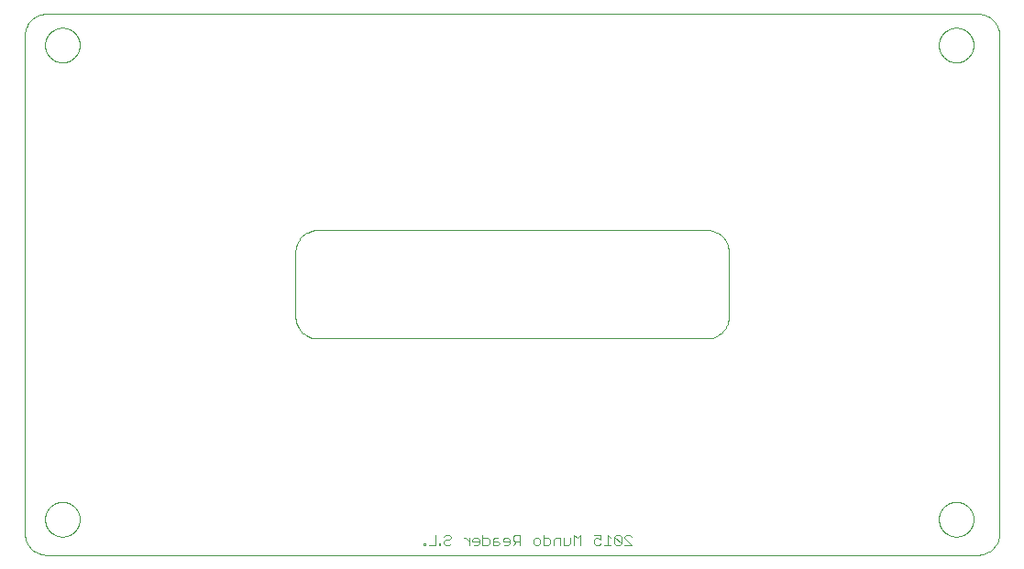
<source format=gbo>
G75*
%MOIN*%
%OFA0B0*%
%FSLAX25Y25*%
%IPPOS*%
%LPD*%
%AMOC8*
5,1,8,0,0,1.08239X$1,22.5*
%
%ADD10C,0.00000*%
%ADD11C,0.00394*%
%ADD12C,0.00300*%
D10*
X0010201Y0016977D02*
X0010203Y0017135D01*
X0010209Y0017293D01*
X0010219Y0017451D01*
X0010233Y0017609D01*
X0010251Y0017766D01*
X0010272Y0017923D01*
X0010298Y0018079D01*
X0010328Y0018235D01*
X0010361Y0018390D01*
X0010399Y0018543D01*
X0010440Y0018696D01*
X0010485Y0018848D01*
X0010534Y0018999D01*
X0010587Y0019148D01*
X0010643Y0019296D01*
X0010703Y0019442D01*
X0010767Y0019587D01*
X0010835Y0019730D01*
X0010906Y0019872D01*
X0010980Y0020012D01*
X0011058Y0020149D01*
X0011140Y0020285D01*
X0011224Y0020419D01*
X0011313Y0020550D01*
X0011404Y0020679D01*
X0011499Y0020806D01*
X0011596Y0020931D01*
X0011697Y0021053D01*
X0011801Y0021172D01*
X0011908Y0021289D01*
X0012018Y0021403D01*
X0012131Y0021514D01*
X0012246Y0021623D01*
X0012364Y0021728D01*
X0012485Y0021830D01*
X0012608Y0021930D01*
X0012734Y0022026D01*
X0012862Y0022119D01*
X0012992Y0022209D01*
X0013125Y0022295D01*
X0013260Y0022379D01*
X0013396Y0022458D01*
X0013535Y0022535D01*
X0013676Y0022607D01*
X0013818Y0022677D01*
X0013962Y0022742D01*
X0014108Y0022804D01*
X0014255Y0022862D01*
X0014404Y0022917D01*
X0014554Y0022968D01*
X0014705Y0023015D01*
X0014857Y0023058D01*
X0015010Y0023097D01*
X0015165Y0023133D01*
X0015320Y0023164D01*
X0015476Y0023192D01*
X0015632Y0023216D01*
X0015789Y0023236D01*
X0015947Y0023252D01*
X0016104Y0023264D01*
X0016263Y0023272D01*
X0016421Y0023276D01*
X0016579Y0023276D01*
X0016737Y0023272D01*
X0016896Y0023264D01*
X0017053Y0023252D01*
X0017211Y0023236D01*
X0017368Y0023216D01*
X0017524Y0023192D01*
X0017680Y0023164D01*
X0017835Y0023133D01*
X0017990Y0023097D01*
X0018143Y0023058D01*
X0018295Y0023015D01*
X0018446Y0022968D01*
X0018596Y0022917D01*
X0018745Y0022862D01*
X0018892Y0022804D01*
X0019038Y0022742D01*
X0019182Y0022677D01*
X0019324Y0022607D01*
X0019465Y0022535D01*
X0019604Y0022458D01*
X0019740Y0022379D01*
X0019875Y0022295D01*
X0020008Y0022209D01*
X0020138Y0022119D01*
X0020266Y0022026D01*
X0020392Y0021930D01*
X0020515Y0021830D01*
X0020636Y0021728D01*
X0020754Y0021623D01*
X0020869Y0021514D01*
X0020982Y0021403D01*
X0021092Y0021289D01*
X0021199Y0021172D01*
X0021303Y0021053D01*
X0021404Y0020931D01*
X0021501Y0020806D01*
X0021596Y0020679D01*
X0021687Y0020550D01*
X0021776Y0020419D01*
X0021860Y0020285D01*
X0021942Y0020149D01*
X0022020Y0020012D01*
X0022094Y0019872D01*
X0022165Y0019730D01*
X0022233Y0019587D01*
X0022297Y0019442D01*
X0022357Y0019296D01*
X0022413Y0019148D01*
X0022466Y0018999D01*
X0022515Y0018848D01*
X0022560Y0018696D01*
X0022601Y0018543D01*
X0022639Y0018390D01*
X0022672Y0018235D01*
X0022702Y0018079D01*
X0022728Y0017923D01*
X0022749Y0017766D01*
X0022767Y0017609D01*
X0022781Y0017451D01*
X0022791Y0017293D01*
X0022797Y0017135D01*
X0022799Y0016977D01*
X0022797Y0016819D01*
X0022791Y0016661D01*
X0022781Y0016503D01*
X0022767Y0016345D01*
X0022749Y0016188D01*
X0022728Y0016031D01*
X0022702Y0015875D01*
X0022672Y0015719D01*
X0022639Y0015564D01*
X0022601Y0015411D01*
X0022560Y0015258D01*
X0022515Y0015106D01*
X0022466Y0014955D01*
X0022413Y0014806D01*
X0022357Y0014658D01*
X0022297Y0014512D01*
X0022233Y0014367D01*
X0022165Y0014224D01*
X0022094Y0014082D01*
X0022020Y0013942D01*
X0021942Y0013805D01*
X0021860Y0013669D01*
X0021776Y0013535D01*
X0021687Y0013404D01*
X0021596Y0013275D01*
X0021501Y0013148D01*
X0021404Y0013023D01*
X0021303Y0012901D01*
X0021199Y0012782D01*
X0021092Y0012665D01*
X0020982Y0012551D01*
X0020869Y0012440D01*
X0020754Y0012331D01*
X0020636Y0012226D01*
X0020515Y0012124D01*
X0020392Y0012024D01*
X0020266Y0011928D01*
X0020138Y0011835D01*
X0020008Y0011745D01*
X0019875Y0011659D01*
X0019740Y0011575D01*
X0019604Y0011496D01*
X0019465Y0011419D01*
X0019324Y0011347D01*
X0019182Y0011277D01*
X0019038Y0011212D01*
X0018892Y0011150D01*
X0018745Y0011092D01*
X0018596Y0011037D01*
X0018446Y0010986D01*
X0018295Y0010939D01*
X0018143Y0010896D01*
X0017990Y0010857D01*
X0017835Y0010821D01*
X0017680Y0010790D01*
X0017524Y0010762D01*
X0017368Y0010738D01*
X0017211Y0010718D01*
X0017053Y0010702D01*
X0016896Y0010690D01*
X0016737Y0010682D01*
X0016579Y0010678D01*
X0016421Y0010678D01*
X0016263Y0010682D01*
X0016104Y0010690D01*
X0015947Y0010702D01*
X0015789Y0010718D01*
X0015632Y0010738D01*
X0015476Y0010762D01*
X0015320Y0010790D01*
X0015165Y0010821D01*
X0015010Y0010857D01*
X0014857Y0010896D01*
X0014705Y0010939D01*
X0014554Y0010986D01*
X0014404Y0011037D01*
X0014255Y0011092D01*
X0014108Y0011150D01*
X0013962Y0011212D01*
X0013818Y0011277D01*
X0013676Y0011347D01*
X0013535Y0011419D01*
X0013396Y0011496D01*
X0013260Y0011575D01*
X0013125Y0011659D01*
X0012992Y0011745D01*
X0012862Y0011835D01*
X0012734Y0011928D01*
X0012608Y0012024D01*
X0012485Y0012124D01*
X0012364Y0012226D01*
X0012246Y0012331D01*
X0012131Y0012440D01*
X0012018Y0012551D01*
X0011908Y0012665D01*
X0011801Y0012782D01*
X0011697Y0012901D01*
X0011596Y0013023D01*
X0011499Y0013148D01*
X0011404Y0013275D01*
X0011313Y0013404D01*
X0011224Y0013535D01*
X0011140Y0013669D01*
X0011058Y0013805D01*
X0010980Y0013942D01*
X0010906Y0014082D01*
X0010835Y0014224D01*
X0010767Y0014367D01*
X0010703Y0014512D01*
X0010643Y0014658D01*
X0010587Y0014806D01*
X0010534Y0014955D01*
X0010485Y0015106D01*
X0010440Y0015258D01*
X0010399Y0015411D01*
X0010361Y0015564D01*
X0010328Y0015719D01*
X0010298Y0015875D01*
X0010272Y0016031D01*
X0010251Y0016188D01*
X0010233Y0016345D01*
X0010219Y0016503D01*
X0010209Y0016661D01*
X0010203Y0016819D01*
X0010201Y0016977D01*
X0010201Y0189477D02*
X0010203Y0189635D01*
X0010209Y0189793D01*
X0010219Y0189951D01*
X0010233Y0190109D01*
X0010251Y0190266D01*
X0010272Y0190423D01*
X0010298Y0190579D01*
X0010328Y0190735D01*
X0010361Y0190890D01*
X0010399Y0191043D01*
X0010440Y0191196D01*
X0010485Y0191348D01*
X0010534Y0191499D01*
X0010587Y0191648D01*
X0010643Y0191796D01*
X0010703Y0191942D01*
X0010767Y0192087D01*
X0010835Y0192230D01*
X0010906Y0192372D01*
X0010980Y0192512D01*
X0011058Y0192649D01*
X0011140Y0192785D01*
X0011224Y0192919D01*
X0011313Y0193050D01*
X0011404Y0193179D01*
X0011499Y0193306D01*
X0011596Y0193431D01*
X0011697Y0193553D01*
X0011801Y0193672D01*
X0011908Y0193789D01*
X0012018Y0193903D01*
X0012131Y0194014D01*
X0012246Y0194123D01*
X0012364Y0194228D01*
X0012485Y0194330D01*
X0012608Y0194430D01*
X0012734Y0194526D01*
X0012862Y0194619D01*
X0012992Y0194709D01*
X0013125Y0194795D01*
X0013260Y0194879D01*
X0013396Y0194958D01*
X0013535Y0195035D01*
X0013676Y0195107D01*
X0013818Y0195177D01*
X0013962Y0195242D01*
X0014108Y0195304D01*
X0014255Y0195362D01*
X0014404Y0195417D01*
X0014554Y0195468D01*
X0014705Y0195515D01*
X0014857Y0195558D01*
X0015010Y0195597D01*
X0015165Y0195633D01*
X0015320Y0195664D01*
X0015476Y0195692D01*
X0015632Y0195716D01*
X0015789Y0195736D01*
X0015947Y0195752D01*
X0016104Y0195764D01*
X0016263Y0195772D01*
X0016421Y0195776D01*
X0016579Y0195776D01*
X0016737Y0195772D01*
X0016896Y0195764D01*
X0017053Y0195752D01*
X0017211Y0195736D01*
X0017368Y0195716D01*
X0017524Y0195692D01*
X0017680Y0195664D01*
X0017835Y0195633D01*
X0017990Y0195597D01*
X0018143Y0195558D01*
X0018295Y0195515D01*
X0018446Y0195468D01*
X0018596Y0195417D01*
X0018745Y0195362D01*
X0018892Y0195304D01*
X0019038Y0195242D01*
X0019182Y0195177D01*
X0019324Y0195107D01*
X0019465Y0195035D01*
X0019604Y0194958D01*
X0019740Y0194879D01*
X0019875Y0194795D01*
X0020008Y0194709D01*
X0020138Y0194619D01*
X0020266Y0194526D01*
X0020392Y0194430D01*
X0020515Y0194330D01*
X0020636Y0194228D01*
X0020754Y0194123D01*
X0020869Y0194014D01*
X0020982Y0193903D01*
X0021092Y0193789D01*
X0021199Y0193672D01*
X0021303Y0193553D01*
X0021404Y0193431D01*
X0021501Y0193306D01*
X0021596Y0193179D01*
X0021687Y0193050D01*
X0021776Y0192919D01*
X0021860Y0192785D01*
X0021942Y0192649D01*
X0022020Y0192512D01*
X0022094Y0192372D01*
X0022165Y0192230D01*
X0022233Y0192087D01*
X0022297Y0191942D01*
X0022357Y0191796D01*
X0022413Y0191648D01*
X0022466Y0191499D01*
X0022515Y0191348D01*
X0022560Y0191196D01*
X0022601Y0191043D01*
X0022639Y0190890D01*
X0022672Y0190735D01*
X0022702Y0190579D01*
X0022728Y0190423D01*
X0022749Y0190266D01*
X0022767Y0190109D01*
X0022781Y0189951D01*
X0022791Y0189793D01*
X0022797Y0189635D01*
X0022799Y0189477D01*
X0022797Y0189319D01*
X0022791Y0189161D01*
X0022781Y0189003D01*
X0022767Y0188845D01*
X0022749Y0188688D01*
X0022728Y0188531D01*
X0022702Y0188375D01*
X0022672Y0188219D01*
X0022639Y0188064D01*
X0022601Y0187911D01*
X0022560Y0187758D01*
X0022515Y0187606D01*
X0022466Y0187455D01*
X0022413Y0187306D01*
X0022357Y0187158D01*
X0022297Y0187012D01*
X0022233Y0186867D01*
X0022165Y0186724D01*
X0022094Y0186582D01*
X0022020Y0186442D01*
X0021942Y0186305D01*
X0021860Y0186169D01*
X0021776Y0186035D01*
X0021687Y0185904D01*
X0021596Y0185775D01*
X0021501Y0185648D01*
X0021404Y0185523D01*
X0021303Y0185401D01*
X0021199Y0185282D01*
X0021092Y0185165D01*
X0020982Y0185051D01*
X0020869Y0184940D01*
X0020754Y0184831D01*
X0020636Y0184726D01*
X0020515Y0184624D01*
X0020392Y0184524D01*
X0020266Y0184428D01*
X0020138Y0184335D01*
X0020008Y0184245D01*
X0019875Y0184159D01*
X0019740Y0184075D01*
X0019604Y0183996D01*
X0019465Y0183919D01*
X0019324Y0183847D01*
X0019182Y0183777D01*
X0019038Y0183712D01*
X0018892Y0183650D01*
X0018745Y0183592D01*
X0018596Y0183537D01*
X0018446Y0183486D01*
X0018295Y0183439D01*
X0018143Y0183396D01*
X0017990Y0183357D01*
X0017835Y0183321D01*
X0017680Y0183290D01*
X0017524Y0183262D01*
X0017368Y0183238D01*
X0017211Y0183218D01*
X0017053Y0183202D01*
X0016896Y0183190D01*
X0016737Y0183182D01*
X0016579Y0183178D01*
X0016421Y0183178D01*
X0016263Y0183182D01*
X0016104Y0183190D01*
X0015947Y0183202D01*
X0015789Y0183218D01*
X0015632Y0183238D01*
X0015476Y0183262D01*
X0015320Y0183290D01*
X0015165Y0183321D01*
X0015010Y0183357D01*
X0014857Y0183396D01*
X0014705Y0183439D01*
X0014554Y0183486D01*
X0014404Y0183537D01*
X0014255Y0183592D01*
X0014108Y0183650D01*
X0013962Y0183712D01*
X0013818Y0183777D01*
X0013676Y0183847D01*
X0013535Y0183919D01*
X0013396Y0183996D01*
X0013260Y0184075D01*
X0013125Y0184159D01*
X0012992Y0184245D01*
X0012862Y0184335D01*
X0012734Y0184428D01*
X0012608Y0184524D01*
X0012485Y0184624D01*
X0012364Y0184726D01*
X0012246Y0184831D01*
X0012131Y0184940D01*
X0012018Y0185051D01*
X0011908Y0185165D01*
X0011801Y0185282D01*
X0011697Y0185401D01*
X0011596Y0185523D01*
X0011499Y0185648D01*
X0011404Y0185775D01*
X0011313Y0185904D01*
X0011224Y0186035D01*
X0011140Y0186169D01*
X0011058Y0186305D01*
X0010980Y0186442D01*
X0010906Y0186582D01*
X0010835Y0186724D01*
X0010767Y0186867D01*
X0010703Y0187012D01*
X0010643Y0187158D01*
X0010587Y0187306D01*
X0010534Y0187455D01*
X0010485Y0187606D01*
X0010440Y0187758D01*
X0010399Y0187911D01*
X0010361Y0188064D01*
X0010328Y0188219D01*
X0010298Y0188375D01*
X0010272Y0188531D01*
X0010251Y0188688D01*
X0010233Y0188845D01*
X0010219Y0189003D01*
X0010209Y0189161D01*
X0010203Y0189319D01*
X0010201Y0189477D01*
X0335201Y0189477D02*
X0335203Y0189635D01*
X0335209Y0189793D01*
X0335219Y0189951D01*
X0335233Y0190109D01*
X0335251Y0190266D01*
X0335272Y0190423D01*
X0335298Y0190579D01*
X0335328Y0190735D01*
X0335361Y0190890D01*
X0335399Y0191043D01*
X0335440Y0191196D01*
X0335485Y0191348D01*
X0335534Y0191499D01*
X0335587Y0191648D01*
X0335643Y0191796D01*
X0335703Y0191942D01*
X0335767Y0192087D01*
X0335835Y0192230D01*
X0335906Y0192372D01*
X0335980Y0192512D01*
X0336058Y0192649D01*
X0336140Y0192785D01*
X0336224Y0192919D01*
X0336313Y0193050D01*
X0336404Y0193179D01*
X0336499Y0193306D01*
X0336596Y0193431D01*
X0336697Y0193553D01*
X0336801Y0193672D01*
X0336908Y0193789D01*
X0337018Y0193903D01*
X0337131Y0194014D01*
X0337246Y0194123D01*
X0337364Y0194228D01*
X0337485Y0194330D01*
X0337608Y0194430D01*
X0337734Y0194526D01*
X0337862Y0194619D01*
X0337992Y0194709D01*
X0338125Y0194795D01*
X0338260Y0194879D01*
X0338396Y0194958D01*
X0338535Y0195035D01*
X0338676Y0195107D01*
X0338818Y0195177D01*
X0338962Y0195242D01*
X0339108Y0195304D01*
X0339255Y0195362D01*
X0339404Y0195417D01*
X0339554Y0195468D01*
X0339705Y0195515D01*
X0339857Y0195558D01*
X0340010Y0195597D01*
X0340165Y0195633D01*
X0340320Y0195664D01*
X0340476Y0195692D01*
X0340632Y0195716D01*
X0340789Y0195736D01*
X0340947Y0195752D01*
X0341104Y0195764D01*
X0341263Y0195772D01*
X0341421Y0195776D01*
X0341579Y0195776D01*
X0341737Y0195772D01*
X0341896Y0195764D01*
X0342053Y0195752D01*
X0342211Y0195736D01*
X0342368Y0195716D01*
X0342524Y0195692D01*
X0342680Y0195664D01*
X0342835Y0195633D01*
X0342990Y0195597D01*
X0343143Y0195558D01*
X0343295Y0195515D01*
X0343446Y0195468D01*
X0343596Y0195417D01*
X0343745Y0195362D01*
X0343892Y0195304D01*
X0344038Y0195242D01*
X0344182Y0195177D01*
X0344324Y0195107D01*
X0344465Y0195035D01*
X0344604Y0194958D01*
X0344740Y0194879D01*
X0344875Y0194795D01*
X0345008Y0194709D01*
X0345138Y0194619D01*
X0345266Y0194526D01*
X0345392Y0194430D01*
X0345515Y0194330D01*
X0345636Y0194228D01*
X0345754Y0194123D01*
X0345869Y0194014D01*
X0345982Y0193903D01*
X0346092Y0193789D01*
X0346199Y0193672D01*
X0346303Y0193553D01*
X0346404Y0193431D01*
X0346501Y0193306D01*
X0346596Y0193179D01*
X0346687Y0193050D01*
X0346776Y0192919D01*
X0346860Y0192785D01*
X0346942Y0192649D01*
X0347020Y0192512D01*
X0347094Y0192372D01*
X0347165Y0192230D01*
X0347233Y0192087D01*
X0347297Y0191942D01*
X0347357Y0191796D01*
X0347413Y0191648D01*
X0347466Y0191499D01*
X0347515Y0191348D01*
X0347560Y0191196D01*
X0347601Y0191043D01*
X0347639Y0190890D01*
X0347672Y0190735D01*
X0347702Y0190579D01*
X0347728Y0190423D01*
X0347749Y0190266D01*
X0347767Y0190109D01*
X0347781Y0189951D01*
X0347791Y0189793D01*
X0347797Y0189635D01*
X0347799Y0189477D01*
X0347797Y0189319D01*
X0347791Y0189161D01*
X0347781Y0189003D01*
X0347767Y0188845D01*
X0347749Y0188688D01*
X0347728Y0188531D01*
X0347702Y0188375D01*
X0347672Y0188219D01*
X0347639Y0188064D01*
X0347601Y0187911D01*
X0347560Y0187758D01*
X0347515Y0187606D01*
X0347466Y0187455D01*
X0347413Y0187306D01*
X0347357Y0187158D01*
X0347297Y0187012D01*
X0347233Y0186867D01*
X0347165Y0186724D01*
X0347094Y0186582D01*
X0347020Y0186442D01*
X0346942Y0186305D01*
X0346860Y0186169D01*
X0346776Y0186035D01*
X0346687Y0185904D01*
X0346596Y0185775D01*
X0346501Y0185648D01*
X0346404Y0185523D01*
X0346303Y0185401D01*
X0346199Y0185282D01*
X0346092Y0185165D01*
X0345982Y0185051D01*
X0345869Y0184940D01*
X0345754Y0184831D01*
X0345636Y0184726D01*
X0345515Y0184624D01*
X0345392Y0184524D01*
X0345266Y0184428D01*
X0345138Y0184335D01*
X0345008Y0184245D01*
X0344875Y0184159D01*
X0344740Y0184075D01*
X0344604Y0183996D01*
X0344465Y0183919D01*
X0344324Y0183847D01*
X0344182Y0183777D01*
X0344038Y0183712D01*
X0343892Y0183650D01*
X0343745Y0183592D01*
X0343596Y0183537D01*
X0343446Y0183486D01*
X0343295Y0183439D01*
X0343143Y0183396D01*
X0342990Y0183357D01*
X0342835Y0183321D01*
X0342680Y0183290D01*
X0342524Y0183262D01*
X0342368Y0183238D01*
X0342211Y0183218D01*
X0342053Y0183202D01*
X0341896Y0183190D01*
X0341737Y0183182D01*
X0341579Y0183178D01*
X0341421Y0183178D01*
X0341263Y0183182D01*
X0341104Y0183190D01*
X0340947Y0183202D01*
X0340789Y0183218D01*
X0340632Y0183238D01*
X0340476Y0183262D01*
X0340320Y0183290D01*
X0340165Y0183321D01*
X0340010Y0183357D01*
X0339857Y0183396D01*
X0339705Y0183439D01*
X0339554Y0183486D01*
X0339404Y0183537D01*
X0339255Y0183592D01*
X0339108Y0183650D01*
X0338962Y0183712D01*
X0338818Y0183777D01*
X0338676Y0183847D01*
X0338535Y0183919D01*
X0338396Y0183996D01*
X0338260Y0184075D01*
X0338125Y0184159D01*
X0337992Y0184245D01*
X0337862Y0184335D01*
X0337734Y0184428D01*
X0337608Y0184524D01*
X0337485Y0184624D01*
X0337364Y0184726D01*
X0337246Y0184831D01*
X0337131Y0184940D01*
X0337018Y0185051D01*
X0336908Y0185165D01*
X0336801Y0185282D01*
X0336697Y0185401D01*
X0336596Y0185523D01*
X0336499Y0185648D01*
X0336404Y0185775D01*
X0336313Y0185904D01*
X0336224Y0186035D01*
X0336140Y0186169D01*
X0336058Y0186305D01*
X0335980Y0186442D01*
X0335906Y0186582D01*
X0335835Y0186724D01*
X0335767Y0186867D01*
X0335703Y0187012D01*
X0335643Y0187158D01*
X0335587Y0187306D01*
X0335534Y0187455D01*
X0335485Y0187606D01*
X0335440Y0187758D01*
X0335399Y0187911D01*
X0335361Y0188064D01*
X0335328Y0188219D01*
X0335298Y0188375D01*
X0335272Y0188531D01*
X0335251Y0188688D01*
X0335233Y0188845D01*
X0335219Y0189003D01*
X0335209Y0189161D01*
X0335203Y0189319D01*
X0335201Y0189477D01*
X0335201Y0016977D02*
X0335203Y0017135D01*
X0335209Y0017293D01*
X0335219Y0017451D01*
X0335233Y0017609D01*
X0335251Y0017766D01*
X0335272Y0017923D01*
X0335298Y0018079D01*
X0335328Y0018235D01*
X0335361Y0018390D01*
X0335399Y0018543D01*
X0335440Y0018696D01*
X0335485Y0018848D01*
X0335534Y0018999D01*
X0335587Y0019148D01*
X0335643Y0019296D01*
X0335703Y0019442D01*
X0335767Y0019587D01*
X0335835Y0019730D01*
X0335906Y0019872D01*
X0335980Y0020012D01*
X0336058Y0020149D01*
X0336140Y0020285D01*
X0336224Y0020419D01*
X0336313Y0020550D01*
X0336404Y0020679D01*
X0336499Y0020806D01*
X0336596Y0020931D01*
X0336697Y0021053D01*
X0336801Y0021172D01*
X0336908Y0021289D01*
X0337018Y0021403D01*
X0337131Y0021514D01*
X0337246Y0021623D01*
X0337364Y0021728D01*
X0337485Y0021830D01*
X0337608Y0021930D01*
X0337734Y0022026D01*
X0337862Y0022119D01*
X0337992Y0022209D01*
X0338125Y0022295D01*
X0338260Y0022379D01*
X0338396Y0022458D01*
X0338535Y0022535D01*
X0338676Y0022607D01*
X0338818Y0022677D01*
X0338962Y0022742D01*
X0339108Y0022804D01*
X0339255Y0022862D01*
X0339404Y0022917D01*
X0339554Y0022968D01*
X0339705Y0023015D01*
X0339857Y0023058D01*
X0340010Y0023097D01*
X0340165Y0023133D01*
X0340320Y0023164D01*
X0340476Y0023192D01*
X0340632Y0023216D01*
X0340789Y0023236D01*
X0340947Y0023252D01*
X0341104Y0023264D01*
X0341263Y0023272D01*
X0341421Y0023276D01*
X0341579Y0023276D01*
X0341737Y0023272D01*
X0341896Y0023264D01*
X0342053Y0023252D01*
X0342211Y0023236D01*
X0342368Y0023216D01*
X0342524Y0023192D01*
X0342680Y0023164D01*
X0342835Y0023133D01*
X0342990Y0023097D01*
X0343143Y0023058D01*
X0343295Y0023015D01*
X0343446Y0022968D01*
X0343596Y0022917D01*
X0343745Y0022862D01*
X0343892Y0022804D01*
X0344038Y0022742D01*
X0344182Y0022677D01*
X0344324Y0022607D01*
X0344465Y0022535D01*
X0344604Y0022458D01*
X0344740Y0022379D01*
X0344875Y0022295D01*
X0345008Y0022209D01*
X0345138Y0022119D01*
X0345266Y0022026D01*
X0345392Y0021930D01*
X0345515Y0021830D01*
X0345636Y0021728D01*
X0345754Y0021623D01*
X0345869Y0021514D01*
X0345982Y0021403D01*
X0346092Y0021289D01*
X0346199Y0021172D01*
X0346303Y0021053D01*
X0346404Y0020931D01*
X0346501Y0020806D01*
X0346596Y0020679D01*
X0346687Y0020550D01*
X0346776Y0020419D01*
X0346860Y0020285D01*
X0346942Y0020149D01*
X0347020Y0020012D01*
X0347094Y0019872D01*
X0347165Y0019730D01*
X0347233Y0019587D01*
X0347297Y0019442D01*
X0347357Y0019296D01*
X0347413Y0019148D01*
X0347466Y0018999D01*
X0347515Y0018848D01*
X0347560Y0018696D01*
X0347601Y0018543D01*
X0347639Y0018390D01*
X0347672Y0018235D01*
X0347702Y0018079D01*
X0347728Y0017923D01*
X0347749Y0017766D01*
X0347767Y0017609D01*
X0347781Y0017451D01*
X0347791Y0017293D01*
X0347797Y0017135D01*
X0347799Y0016977D01*
X0347797Y0016819D01*
X0347791Y0016661D01*
X0347781Y0016503D01*
X0347767Y0016345D01*
X0347749Y0016188D01*
X0347728Y0016031D01*
X0347702Y0015875D01*
X0347672Y0015719D01*
X0347639Y0015564D01*
X0347601Y0015411D01*
X0347560Y0015258D01*
X0347515Y0015106D01*
X0347466Y0014955D01*
X0347413Y0014806D01*
X0347357Y0014658D01*
X0347297Y0014512D01*
X0347233Y0014367D01*
X0347165Y0014224D01*
X0347094Y0014082D01*
X0347020Y0013942D01*
X0346942Y0013805D01*
X0346860Y0013669D01*
X0346776Y0013535D01*
X0346687Y0013404D01*
X0346596Y0013275D01*
X0346501Y0013148D01*
X0346404Y0013023D01*
X0346303Y0012901D01*
X0346199Y0012782D01*
X0346092Y0012665D01*
X0345982Y0012551D01*
X0345869Y0012440D01*
X0345754Y0012331D01*
X0345636Y0012226D01*
X0345515Y0012124D01*
X0345392Y0012024D01*
X0345266Y0011928D01*
X0345138Y0011835D01*
X0345008Y0011745D01*
X0344875Y0011659D01*
X0344740Y0011575D01*
X0344604Y0011496D01*
X0344465Y0011419D01*
X0344324Y0011347D01*
X0344182Y0011277D01*
X0344038Y0011212D01*
X0343892Y0011150D01*
X0343745Y0011092D01*
X0343596Y0011037D01*
X0343446Y0010986D01*
X0343295Y0010939D01*
X0343143Y0010896D01*
X0342990Y0010857D01*
X0342835Y0010821D01*
X0342680Y0010790D01*
X0342524Y0010762D01*
X0342368Y0010738D01*
X0342211Y0010718D01*
X0342053Y0010702D01*
X0341896Y0010690D01*
X0341737Y0010682D01*
X0341579Y0010678D01*
X0341421Y0010678D01*
X0341263Y0010682D01*
X0341104Y0010690D01*
X0340947Y0010702D01*
X0340789Y0010718D01*
X0340632Y0010738D01*
X0340476Y0010762D01*
X0340320Y0010790D01*
X0340165Y0010821D01*
X0340010Y0010857D01*
X0339857Y0010896D01*
X0339705Y0010939D01*
X0339554Y0010986D01*
X0339404Y0011037D01*
X0339255Y0011092D01*
X0339108Y0011150D01*
X0338962Y0011212D01*
X0338818Y0011277D01*
X0338676Y0011347D01*
X0338535Y0011419D01*
X0338396Y0011496D01*
X0338260Y0011575D01*
X0338125Y0011659D01*
X0337992Y0011745D01*
X0337862Y0011835D01*
X0337734Y0011928D01*
X0337608Y0012024D01*
X0337485Y0012124D01*
X0337364Y0012226D01*
X0337246Y0012331D01*
X0337131Y0012440D01*
X0337018Y0012551D01*
X0336908Y0012665D01*
X0336801Y0012782D01*
X0336697Y0012901D01*
X0336596Y0013023D01*
X0336499Y0013148D01*
X0336404Y0013275D01*
X0336313Y0013404D01*
X0336224Y0013535D01*
X0336140Y0013669D01*
X0336058Y0013805D01*
X0335980Y0013942D01*
X0335906Y0014082D01*
X0335835Y0014224D01*
X0335767Y0014367D01*
X0335703Y0014512D01*
X0335643Y0014658D01*
X0335587Y0014806D01*
X0335534Y0014955D01*
X0335485Y0015106D01*
X0335440Y0015258D01*
X0335399Y0015411D01*
X0335361Y0015564D01*
X0335328Y0015719D01*
X0335298Y0015875D01*
X0335272Y0016031D01*
X0335251Y0016188D01*
X0335233Y0016345D01*
X0335219Y0016503D01*
X0335209Y0016661D01*
X0335203Y0016819D01*
X0335201Y0016977D01*
D11*
X0005559Y0005972D02*
X0004845Y0006685D01*
X0004522Y0007076D01*
X0004238Y0007495D01*
X0003955Y0007914D01*
X0003710Y0008362D01*
X0003310Y0009303D01*
X0003155Y0009797D01*
X0003050Y0010308D01*
X0002944Y0010819D01*
X0002889Y0011348D01*
X0002889Y0193533D01*
X0002944Y0194062D01*
X0003050Y0194574D01*
X0003155Y0195085D01*
X0003310Y0195579D01*
X0003510Y0196049D01*
X0003710Y0196520D01*
X0003955Y0196967D01*
X0004238Y0197387D01*
X0004522Y0197806D01*
X0004845Y0198196D01*
X0005559Y0198910D01*
X0005949Y0199233D01*
X0006368Y0199517D01*
X0006787Y0199800D01*
X0007235Y0200045D01*
X0008176Y0200445D01*
X0008670Y0200600D01*
X0009181Y0200705D01*
X0009693Y0200811D01*
X0010222Y0200866D01*
X0349887Y0200866D01*
X0350416Y0200811D01*
X0350927Y0200705D01*
X0351439Y0200600D01*
X0351932Y0200445D01*
X0352873Y0200045D01*
X0353321Y0199800D01*
X0353740Y0199517D01*
X0354159Y0199233D01*
X0354550Y0198910D01*
X0355263Y0198196D01*
X0355586Y0197806D01*
X0356154Y0196967D01*
X0356398Y0196520D01*
X0356598Y0196049D01*
X0356798Y0195579D01*
X0356954Y0195085D01*
X0357059Y0194574D01*
X0357164Y0194062D01*
X0357220Y0193533D01*
X0357220Y0011348D01*
X0357164Y0010819D01*
X0357059Y0010308D01*
X0356954Y0009797D01*
X0356798Y0009303D01*
X0356398Y0008362D01*
X0356154Y0007914D01*
X0355870Y0007495D01*
X0355586Y0007076D01*
X0355263Y0006685D01*
X0354550Y0005972D01*
X0354159Y0005649D01*
X0353740Y0005365D01*
X0353321Y0005081D01*
X0352873Y0004837D01*
X0351932Y0004437D01*
X0351439Y0004282D01*
X0350927Y0004176D01*
X0350416Y0004071D01*
X0349887Y0004016D01*
X0010222Y0004016D01*
X0009693Y0004071D01*
X0009181Y0004176D01*
X0008670Y0004282D01*
X0008176Y0004437D01*
X0007235Y0004837D01*
X0006787Y0005081D01*
X0006368Y0005365D01*
X0005949Y0005649D01*
X0005559Y0005972D01*
X0103984Y0084712D02*
X0104374Y0084389D01*
X0104794Y0084105D01*
X0105213Y0083822D01*
X0105660Y0083577D01*
X0106601Y0083177D01*
X0107095Y0083022D01*
X0107606Y0082917D01*
X0108118Y0082811D01*
X0108647Y0082756D01*
X0251462Y0082756D01*
X0251991Y0082811D01*
X0252502Y0082917D01*
X0253013Y0083022D01*
X0253507Y0083177D01*
X0254448Y0083577D01*
X0254896Y0083822D01*
X0255315Y0084105D01*
X0255734Y0084389D01*
X0256125Y0084712D01*
X0256838Y0085426D01*
X0257161Y0085816D01*
X0257445Y0086235D01*
X0257729Y0086654D01*
X0257973Y0087102D01*
X0258373Y0088043D01*
X0258528Y0088537D01*
X0258634Y0089048D01*
X0258739Y0089559D01*
X0258794Y0090088D01*
X0258794Y0114793D01*
X0258739Y0115322D01*
X0258634Y0115834D01*
X0258528Y0116345D01*
X0258373Y0116839D01*
X0257973Y0117780D01*
X0257729Y0118227D01*
X0257445Y0118646D01*
X0257161Y0119065D01*
X0256838Y0119456D01*
X0256125Y0120170D01*
X0255734Y0120493D01*
X0255315Y0120776D01*
X0254896Y0121060D01*
X0254448Y0121305D01*
X0253507Y0121705D01*
X0253013Y0121860D01*
X0252502Y0121965D01*
X0251991Y0122071D01*
X0251462Y0122126D01*
X0108647Y0122126D01*
X0108118Y0122071D01*
X0107606Y0121965D01*
X0107095Y0121860D01*
X0106601Y0121705D01*
X0105660Y0121305D01*
X0105213Y0121060D01*
X0104794Y0120776D01*
X0104374Y0120493D01*
X0103984Y0120170D01*
X0103270Y0119456D01*
X0102947Y0119065D01*
X0102664Y0118646D01*
X0102380Y0118227D01*
X0102135Y0117780D01*
X0101735Y0116839D01*
X0101580Y0116345D01*
X0101475Y0115834D01*
X0101369Y0115322D01*
X0101314Y0114793D01*
X0101314Y0090088D01*
X0101369Y0089559D01*
X0101475Y0089048D01*
X0101580Y0088537D01*
X0101735Y0088043D01*
X0102135Y0087102D01*
X0102380Y0086654D01*
X0102664Y0086235D01*
X0102947Y0085816D01*
X0103270Y0085426D01*
X0103984Y0084712D01*
D12*
X0152143Y0011330D02*
X0152143Y0007627D01*
X0149674Y0007627D01*
X0148459Y0007627D02*
X0148459Y0008244D01*
X0147842Y0008244D01*
X0147842Y0007627D01*
X0148459Y0007627D01*
X0153367Y0007627D02*
X0153984Y0007627D01*
X0153984Y0008244D01*
X0153367Y0008244D01*
X0153367Y0007627D01*
X0155198Y0008244D02*
X0155816Y0007627D01*
X0157050Y0007627D01*
X0157667Y0008244D01*
X0157050Y0009479D02*
X0155816Y0009479D01*
X0155198Y0008862D01*
X0155198Y0008244D01*
X0157050Y0009479D02*
X0157667Y0010096D01*
X0157667Y0010713D01*
X0157050Y0011330D01*
X0155816Y0011330D01*
X0155198Y0010713D01*
X0162568Y0010096D02*
X0163185Y0010096D01*
X0164420Y0008862D01*
X0165634Y0008862D02*
X0168103Y0008862D01*
X0168103Y0009479D02*
X0167486Y0010096D01*
X0166251Y0010096D01*
X0165634Y0009479D01*
X0165634Y0008862D01*
X0166251Y0007627D02*
X0167486Y0007627D01*
X0168103Y0008244D01*
X0168103Y0009479D01*
X0169317Y0010096D02*
X0171169Y0010096D01*
X0171786Y0009479D01*
X0171786Y0008244D01*
X0171169Y0007627D01*
X0169317Y0007627D01*
X0169317Y0011330D01*
X0173000Y0009479D02*
X0173000Y0007627D01*
X0174852Y0007627D01*
X0175469Y0008244D01*
X0174852Y0008862D01*
X0173000Y0008862D01*
X0173000Y0009479D02*
X0173618Y0010096D01*
X0174852Y0010096D01*
X0176683Y0009479D02*
X0176683Y0008862D01*
X0179152Y0008862D01*
X0179152Y0009479D02*
X0178535Y0010096D01*
X0177301Y0010096D01*
X0176683Y0009479D01*
X0177301Y0007627D02*
X0178535Y0007627D01*
X0179152Y0008244D01*
X0179152Y0009479D01*
X0180367Y0009479D02*
X0180984Y0008862D01*
X0182835Y0008862D01*
X0181601Y0008862D02*
X0180367Y0007627D01*
X0180367Y0009479D02*
X0180367Y0010713D01*
X0180984Y0011330D01*
X0182835Y0011330D01*
X0182835Y0007627D01*
X0187733Y0008244D02*
X0187733Y0009479D01*
X0188350Y0010096D01*
X0189585Y0010096D01*
X0190202Y0009479D01*
X0190202Y0008244D01*
X0189585Y0007627D01*
X0188350Y0007627D01*
X0187733Y0008244D01*
X0191416Y0007627D02*
X0193268Y0007627D01*
X0193885Y0008244D01*
X0193885Y0009479D01*
X0193268Y0010096D01*
X0191416Y0010096D01*
X0191416Y0011330D02*
X0191416Y0007627D01*
X0195099Y0007627D02*
X0195099Y0009479D01*
X0195716Y0010096D01*
X0197568Y0010096D01*
X0197568Y0007627D01*
X0198782Y0007627D02*
X0198782Y0010096D01*
X0198782Y0007627D02*
X0200634Y0007627D01*
X0201251Y0008244D01*
X0201251Y0010096D01*
X0202466Y0011330D02*
X0203700Y0010096D01*
X0204934Y0011330D01*
X0204934Y0007627D01*
X0202466Y0007627D02*
X0202466Y0011330D01*
X0209832Y0011330D02*
X0212301Y0011330D01*
X0212301Y0009479D01*
X0211066Y0010096D01*
X0210449Y0010096D01*
X0209832Y0009479D01*
X0209832Y0008244D01*
X0210449Y0007627D01*
X0211683Y0007627D01*
X0212301Y0008244D01*
X0213515Y0007627D02*
X0215984Y0007627D01*
X0214749Y0007627D02*
X0214749Y0011330D01*
X0215984Y0010096D01*
X0217198Y0010713D02*
X0217198Y0008244D01*
X0217815Y0007627D01*
X0219050Y0007627D01*
X0219667Y0008244D01*
X0217198Y0010713D01*
X0217815Y0011330D01*
X0219050Y0011330D01*
X0219667Y0010713D01*
X0219667Y0008244D01*
X0220881Y0007627D02*
X0223350Y0007627D01*
X0220881Y0010096D01*
X0220881Y0010713D01*
X0221498Y0011330D01*
X0222733Y0011330D01*
X0223350Y0010713D01*
X0164420Y0010096D02*
X0164420Y0007627D01*
M02*

</source>
